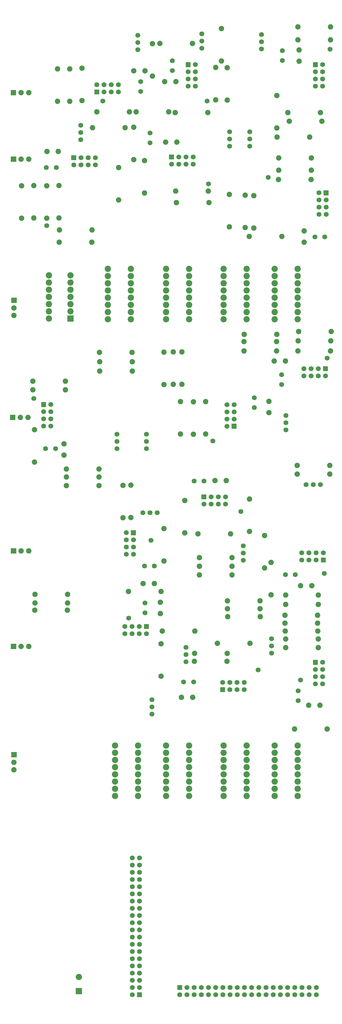
<source format=gts>
G04 Layer: TopSolderMaskLayer*
G04 EasyEDA v6.1.52, Thu, 18 Jul 2019 05:09:05 GMT*
G04 8382f10332f7419696121afc9098c204,10*
G04 Gerber Generator version 0.2*
G04 Scale: 100 percent, Rotated: No, Reflected: No *
G04 Dimensions in millimeters *
G04 leading zeros omitted , absolute positions ,3 integer and 3 decimal *
%FSLAX33Y33*%
%MOMM*%
G90*
G71D02*

%ADD27C,1.903197*%
%ADD28R,1.903197X1.903197*%
%ADD30C,2.203196*%
%ADD31R,1.727200X1.727200*%
%ADD32C,1.727200*%

%LPD*%
G54D27*
G01X12510Y193653D03*
G36*
G01X8887Y192702D02*
G01X8887Y194604D01*
G01X10792Y194604D01*
G01X10792Y192702D01*
G01X8887Y192702D01*
G37*
G01X15180Y193653D03*
G01X12510Y331829D03*
G36*
G01X8887Y330878D02*
G01X8887Y332780D01*
G01X10792Y332780D01*
G01X10792Y330878D01*
G01X8887Y330878D01*
G37*
G01X15180Y331829D03*
G36*
G01X31838Y37213D02*
G01X31838Y39415D01*
G01X34041Y39415D01*
G01X34041Y37213D01*
G01X31838Y37213D01*
G37*
G54D30*
G01X32939Y43314D03*
G36*
G01X67716Y38760D02*
G01X67716Y40487D01*
G01X69443Y40487D01*
G01X69443Y38760D01*
G01X67716Y38760D01*
G37*
G54D32*
G01X68580Y37084D03*
G01X71120Y39624D03*
G01X71120Y37084D03*
G01X73660Y39624D03*
G01X73660Y37084D03*
G01X76200Y39624D03*
G01X76200Y37084D03*
G01X78740Y39624D03*
G01X78740Y37084D03*
G01X81280Y39624D03*
G01X81280Y37084D03*
G01X83820Y39624D03*
G01X83820Y37084D03*
G01X86360Y39624D03*
G01X86360Y37084D03*
G01X88900Y39624D03*
G01X88900Y37084D03*
G01X91440Y39624D03*
G01X91440Y37084D03*
G01X93980Y39624D03*
G01X93980Y37084D03*
G01X96520Y39624D03*
G01X96520Y37084D03*
G01X99060Y39624D03*
G01X99060Y37084D03*
G01X101600Y39624D03*
G01X101600Y37084D03*
G01X104140Y39624D03*
G01X104140Y37084D03*
G01X106680Y39624D03*
G01X106680Y37084D03*
G01X109220Y39624D03*
G01X109220Y37084D03*
G01X111760Y39624D03*
G01X111760Y37084D03*
G01X114300Y39624D03*
G01X114300Y37084D03*
G01X116840Y39624D03*
G01X116840Y37084D03*
G01X58420Y197358D03*
G01X90170Y207518D03*
G01X119634Y185674D03*
G01X21590Y308356D03*
G01X78740Y323088D03*
G01X99822Y325374D03*
G36*
G01X53492Y36220D02*
G01X53492Y37947D01*
G01X55219Y37947D01*
G01X55219Y36220D01*
G01X53492Y36220D01*
G37*
G01X51816Y37084D03*
G01X54356Y39624D03*
G01X51816Y39624D03*
G01X54356Y42164D03*
G01X51816Y42164D03*
G01X54356Y44704D03*
G01X51816Y44704D03*
G01X54356Y47244D03*
G01X51816Y47244D03*
G01X54356Y49784D03*
G01X51816Y49784D03*
G01X54356Y52324D03*
G01X51816Y52324D03*
G01X54356Y54864D03*
G01X51816Y54864D03*
G01X54356Y57404D03*
G01X51816Y57404D03*
G01X54356Y59944D03*
G01X51816Y59944D03*
G01X54356Y62484D03*
G01X51816Y62484D03*
G01X54356Y65024D03*
G01X51816Y65024D03*
G01X54356Y67564D03*
G01X51816Y67564D03*
G01X54356Y70104D03*
G01X51816Y70104D03*
G01X54356Y72644D03*
G01X51816Y72644D03*
G01X54356Y75184D03*
G01X51816Y75184D03*
G01X54356Y77724D03*
G01X51816Y77724D03*
G01X54356Y80264D03*
G01X51816Y80264D03*
G01X54356Y82804D03*
G01X51816Y82804D03*
G01X54356Y85344D03*
G01X51816Y85344D03*
G54D27*
G01X10011Y119061D03*
G36*
G01X9060Y120779D02*
G01X9060Y122684D01*
G01X10962Y122684D01*
G01X10962Y120779D01*
G01X9060Y120779D01*
G37*
G01X10011Y116391D03*
G01X10011Y279335D03*
G36*
G01X9060Y281053D02*
G01X9060Y282958D01*
G01X10962Y282958D01*
G01X10962Y281053D01*
G01X9060Y281053D01*
G37*
G01X10011Y276665D03*
G54D30*
G01X45720Y124968D03*
G01X45720Y122428D03*
G01X45720Y119888D03*
G01X45720Y117348D03*
G01X45720Y114808D03*
G01X45720Y112268D03*
G01X45720Y109728D03*
G01X45720Y107188D03*
G01X53848Y107188D03*
G01X53848Y109728D03*
G01X53848Y112268D03*
G01X53848Y114808D03*
G01X53848Y117348D03*
G01X53848Y119888D03*
G01X53848Y122428D03*
G01X53848Y124968D03*
G01X84074Y124968D03*
G01X84074Y122428D03*
G01X84074Y119888D03*
G01X84074Y117348D03*
G01X84074Y114808D03*
G01X84074Y112268D03*
G01X84074Y109728D03*
G01X84074Y107188D03*
G01X92202Y107188D03*
G01X92202Y109728D03*
G01X92202Y112268D03*
G01X92202Y114808D03*
G01X92202Y117348D03*
G01X92202Y119888D03*
G01X92202Y122428D03*
G01X92202Y124968D03*
G36*
G01X28869Y274487D02*
G01X28869Y276692D01*
G01X31074Y276692D01*
G01X31074Y274487D01*
G01X28869Y274487D01*
G37*
G01X29972Y278130D03*
G01X29972Y280670D03*
G01X29972Y283210D03*
G01X29972Y285750D03*
G01X29972Y288290D03*
G01X29972Y290830D03*
G01X22352Y290830D03*
G01X22352Y288290D03*
G01X22352Y285750D03*
G01X22352Y283210D03*
G01X22352Y280670D03*
G01X22352Y278130D03*
G01X22352Y275590D03*
G01X84074Y293116D03*
G01X84074Y290576D03*
G01X84074Y288036D03*
G01X84074Y285496D03*
G01X84074Y282956D03*
G01X84074Y280416D03*
G01X84074Y277876D03*
G01X84074Y275336D03*
G01X92202Y275336D03*
G01X92202Y277876D03*
G01X92202Y280416D03*
G01X92202Y282956D03*
G01X92202Y285496D03*
G01X92202Y288036D03*
G01X92202Y290576D03*
G01X92202Y293116D03*
G01X43180Y293116D03*
G01X43180Y290576D03*
G01X43180Y288036D03*
G01X43180Y285496D03*
G01X43180Y282956D03*
G01X43180Y280416D03*
G01X43180Y277876D03*
G01X43180Y275336D03*
G01X51308Y275336D03*
G01X51308Y277876D03*
G01X51308Y280416D03*
G01X51308Y282956D03*
G01X51308Y285496D03*
G01X51308Y288036D03*
G01X51308Y290576D03*
G01X51308Y293116D03*
G54D32*
G01X55557Y207082D03*
G01X58097Y207082D03*
G01X60637Y207082D03*
G01X91004Y195394D03*
G01X91004Y192854D03*
G01X91004Y190314D03*
G54D27*
G01X28496Y222524D03*
G01X39996Y222524D03*
G01X75486Y191282D03*
G01X86986Y191282D03*
G01X110030Y220746D03*
G01X121530Y220746D03*
G01X37543Y306811D03*
G01X26043Y306811D03*
G01X56113Y319834D03*
G01X56113Y331334D03*
G01X94762Y318975D03*
G01X94762Y307475D03*
G01X28496Y219730D03*
G01X39996Y219730D03*
G01X75486Y188234D03*
G01X86986Y188234D03*
G01X110030Y223794D03*
G01X121530Y223794D03*
G01X25956Y302534D03*
G01X37456Y302534D03*
G01X86085Y307896D03*
G01X86085Y319396D03*
G01X91673Y307642D03*
G01X91673Y319142D03*
G01X100817Y178102D03*
G01X100817Y189602D03*
G01X75486Y185186D03*
G01X86986Y185186D03*
G01X28496Y216682D03*
G01X39996Y216682D03*
G01X104599Y304525D03*
G01X93099Y304525D03*
G01X47010Y328881D03*
G01X47010Y317381D03*
G01X12679Y310944D03*
G01X12679Y322444D03*
G01X51328Y216867D03*
G01X51328Y205367D03*
G01X70337Y199946D03*
G01X70337Y211446D03*
G01X105966Y174772D03*
G01X117466Y174772D03*
G01X25928Y322531D03*
G01X25928Y311031D03*
G01X52344Y343105D03*
G01X52344Y331605D03*
G01X115013Y332211D03*
G01X103513Y332211D03*
G01X81009Y218456D03*
G01X85009Y218440D03*
G01X111235Y181372D03*
G01X115235Y181356D03*
G01X25670Y334501D03*
G01X21670Y334518D03*
G54D32*
G01X24928Y328865D03*
G01X21427Y328865D03*
G54D27*
G01X67580Y337803D03*
G01X63580Y337820D03*
G54D32*
G01X58101Y337529D03*
G01X58101Y341030D03*
G54D27*
G01X112505Y302497D03*
G01X112522Y306497D03*
G54D32*
G01X116295Y304356D03*
G01X119796Y304356D03*
G54D27*
G01X105966Y178074D03*
G01X117466Y178074D03*
G01X93197Y200454D03*
G01X93197Y211954D03*
G01X62971Y190040D03*
G01X62971Y201540D03*
G01X17038Y322531D03*
G01X17038Y311031D03*
G01X67104Y320568D03*
G01X78604Y320568D03*
G01X115013Y327893D03*
G01X103513Y327893D03*
G54D32*
G01X73268Y330053D03*
G01X73268Y332593D03*
G01X70728Y330053D03*
G01X70728Y332593D03*
G01X68188Y330053D03*
G01X68188Y332593D03*
G01X65648Y330053D03*
G36*
G01X64785Y331729D02*
G01X64785Y333456D01*
G01X66512Y333456D01*
G01X66512Y331729D01*
G01X64785Y331729D01*
G37*
G01X84698Y210165D03*
G01X84698Y212705D03*
G01X82158Y210165D03*
G01X82158Y212705D03*
G01X79618Y210165D03*
G01X79618Y212705D03*
G01X77078Y210165D03*
G36*
G01X76215Y211841D02*
G01X76215Y213568D01*
G01X77942Y213568D01*
G01X77942Y211841D01*
G01X76215Y211841D01*
G37*
G54D27*
G01X48493Y205280D03*
G01X48493Y216780D03*
G01X74978Y199664D03*
G01X86478Y199664D03*
G01X98572Y199087D03*
G01X98572Y187587D03*
G01X21569Y310944D03*
G01X21569Y322444D03*
G01X67358Y316504D03*
G01X78858Y316504D03*
G01X103426Y324632D03*
G01X114926Y324632D03*
G01X55609Y182134D03*
G01X59609Y182118D03*
G54D32*
G01X33600Y343730D03*
G01X33600Y341190D03*
G01X33600Y338650D03*
G01X86178Y341444D03*
G01X86178Y338904D03*
G01X86178Y336364D03*
G01X93290Y341444D03*
G01X93290Y338904D03*
G01X93290Y336364D03*
G01X113215Y216988D03*
G01X115755Y216988D03*
G01X118295Y216988D03*
G01X73623Y218250D03*
G01X77124Y218250D03*
G01X109382Y185230D03*
G01X105881Y185230D03*
G01X56097Y188278D03*
G01X59598Y188278D03*
G01X49637Y192415D03*
G01X52177Y192415D03*
G01X49637Y194955D03*
G01X52177Y194955D03*
G01X49637Y197495D03*
G01X52177Y197495D03*
G01X49637Y200035D03*
G36*
G01X51313Y199171D02*
G01X51313Y200898D01*
G01X53040Y200898D01*
G01X53040Y199171D01*
G01X51313Y199171D01*
G37*
G01X111643Y192932D03*
G01X111643Y190392D03*
G01X114183Y192932D03*
G01X114183Y190392D03*
G01X116723Y192932D03*
G01X116723Y190392D03*
G01X119263Y192932D03*
G54D31*
G01X119263Y190393D03*
G54D32*
G01X38724Y329799D03*
G01X38724Y332339D03*
G01X36184Y329799D03*
G01X36184Y332339D03*
G01X33644Y329799D03*
G01X33644Y332339D03*
G01X31104Y329799D03*
G36*
G01X30241Y331477D02*
G01X30241Y333204D01*
G01X31968Y333204D01*
G01X31968Y331477D01*
G01X30241Y331477D01*
G37*
G01X117709Y312303D03*
G01X120249Y312303D03*
G01X117709Y314843D03*
G01X120249Y314843D03*
G01X117709Y317383D03*
G01X120249Y317383D03*
G01X117709Y319923D03*
G36*
G01X119385Y319059D02*
G01X119385Y320786D01*
G01X121112Y320786D01*
G01X121112Y319059D01*
G01X119385Y319059D01*
G37*
G54D27*
G01X12510Y159914D03*
G36*
G01X8887Y158963D02*
G01X8887Y160865D01*
G01X10792Y160865D01*
G01X10792Y158963D01*
G01X8887Y158963D01*
G37*
G01X15180Y159914D03*
G01X12256Y240686D03*
G54D28*
G01X9585Y240686D03*
G54D27*
G01X14926Y240686D03*
G01X12510Y355240D03*
G54D28*
G01X9839Y355240D03*
G54D27*
G01X15180Y355240D03*
G54D32*
G01X121666Y370586D03*
G01X78232Y352298D03*
G01X41402Y352298D03*
G01X120650Y261620D03*
G01X80264Y232410D03*
G01X17018Y247396D03*
G01X111252Y148082D03*
G01X96266Y151638D03*
G01X50546Y169926D03*
G54D30*
G01X110236Y124968D03*
G01X110236Y122428D03*
G01X110236Y119888D03*
G01X110236Y117348D03*
G01X110236Y114808D03*
G01X110236Y112268D03*
G01X110236Y109728D03*
G01X110236Y107188D03*
G01X102108Y107188D03*
G01X102108Y109728D03*
G01X102108Y112268D03*
G01X102108Y114808D03*
G01X102108Y117348D03*
G01X102108Y119888D03*
G01X102108Y122428D03*
G01X102108Y124968D03*
G01X71882Y124968D03*
G01X71882Y122428D03*
G01X71882Y119888D03*
G01X71882Y117348D03*
G01X71882Y114808D03*
G01X71882Y112268D03*
G01X71882Y109728D03*
G01X71882Y107188D03*
G01X63754Y107188D03*
G01X63754Y109728D03*
G01X63754Y112268D03*
G01X63754Y114808D03*
G01X63754Y117348D03*
G01X63754Y119888D03*
G01X63754Y122428D03*
G01X63754Y124968D03*
G01X71882Y293116D03*
G01X71882Y290576D03*
G01X71882Y288036D03*
G01X71882Y285496D03*
G01X71882Y282956D03*
G01X71882Y280416D03*
G01X71882Y277876D03*
G01X71882Y275336D03*
G01X63754Y275336D03*
G01X63754Y277876D03*
G01X63754Y280416D03*
G01X63754Y282956D03*
G01X63754Y285496D03*
G01X63754Y288036D03*
G01X63754Y290576D03*
G01X63754Y293116D03*
G01X110236Y293116D03*
G01X110236Y290576D03*
G01X110236Y288036D03*
G01X110236Y285496D03*
G01X110236Y282956D03*
G01X110236Y280416D03*
G01X110236Y277876D03*
G01X110236Y275336D03*
G01X102108Y275336D03*
G01X102108Y277876D03*
G01X102108Y280416D03*
G01X102108Y282956D03*
G01X102108Y285496D03*
G01X102108Y288036D03*
G01X102108Y290576D03*
G01X102108Y293116D03*
G54D32*
G01X91302Y147212D03*
G01X91302Y144672D03*
G01X88762Y147212D03*
G01X88762Y144672D03*
G01X86222Y147212D03*
G01X86222Y144672D03*
G01X83682Y147212D03*
G54D31*
G01X83682Y144670D03*
G54D27*
G01X50751Y348508D03*
G01X39251Y348508D03*
G01X28145Y250464D03*
G01X16645Y250464D03*
G01X105934Y260620D03*
G01X101934Y260604D03*
G54D32*
G01X24674Y229680D03*
G01X21173Y229680D03*
G54D27*
G01X28145Y253512D03*
G01X16645Y253512D03*
G01X121871Y267736D03*
G01X110371Y267736D03*
G01X73865Y165374D03*
G01X62365Y165374D03*
G01X73168Y142002D03*
G01X69168Y141986D03*
G54D32*
G01X73442Y147384D03*
G01X69941Y147384D03*
G54D27*
G01X61927Y179344D03*
G01X50427Y179344D03*
G01X120601Y130830D03*
G01X109101Y130830D03*
G01X85295Y157500D03*
G01X73795Y157500D03*
G01X118126Y139208D03*
G01X114126Y139192D03*
G54D32*
G01X101019Y162628D03*
G01X101019Y160088D03*
G01X101019Y157548D03*
G01X70793Y159580D03*
G01X70793Y157040D03*
G01X70793Y154500D03*
G01X58746Y136075D03*
G01X58746Y138615D03*
G01X58746Y141155D03*
G54D27*
G01X102849Y354281D03*
G01X102849Y342781D03*
G01X78437Y348254D03*
G01X66937Y348254D03*
G01X49227Y342920D03*
G01X37727Y342920D03*
G01X102918Y339577D03*
G01X114418Y339577D03*
G01X83291Y377903D03*
G01X83291Y366403D03*
G01X53134Y348467D03*
G01X64634Y348467D03*
G01X107236Y345165D03*
G01X118736Y345165D03*
G01X58907Y372569D03*
G01X58907Y361069D03*
G01X25379Y363679D03*
G01X25379Y352179D03*
G01X102821Y270022D03*
G01X91321Y270022D03*
G01X63012Y252270D03*
G01X63012Y263770D03*
G01X40180Y263631D03*
G01X51680Y263631D03*
G01X91234Y267441D03*
G01X102734Y267441D03*
G01X66273Y263857D03*
G01X66273Y252357D03*
G01X51767Y260370D03*
G01X40267Y260370D03*
G01X91234Y264139D03*
G01X102734Y264139D03*
G01X69321Y263857D03*
G01X69321Y252357D03*
G01X51767Y257068D03*
G01X40267Y257068D03*
G54D32*
G01X46409Y234764D03*
G01X46409Y232224D03*
G01X46409Y229684D03*
G01X97463Y375734D03*
G01X97463Y373194D03*
G01X97463Y370654D03*
G01X76381Y375988D03*
G01X76381Y373448D03*
G01X76381Y370908D03*
G01X106099Y241368D03*
G01X106099Y238828D03*
G01X106099Y236288D03*
G01X53775Y375480D03*
G01X53775Y372940D03*
G01X53775Y370400D03*
G01X56823Y234764D03*
G01X56823Y232224D03*
G01X56823Y229684D03*
G54D27*
G01X117299Y165374D03*
G01X105799Y165374D03*
G01X96979Y170454D03*
G01X85479Y170454D03*
G01X17320Y172699D03*
G01X28820Y172699D03*
G01X105712Y168127D03*
G01X117212Y168127D03*
G01X85392Y173207D03*
G01X96892Y173207D03*
G01X28907Y175280D03*
G01X17407Y175280D03*
G01X105712Y170921D03*
G01X117212Y170921D03*
G01X85392Y176001D03*
G01X96892Y176001D03*
G01X28907Y178328D03*
G01X17407Y178328D03*
G54D32*
G01X49159Y164445D03*
G01X49159Y166985D03*
G01X51699Y164445D03*
G01X51699Y166985D03*
G01X54239Y164445D03*
G01X54239Y166985D03*
G01X56779Y164445D03*
G36*
G01X55915Y166123D02*
G01X55915Y167850D01*
G01X57642Y167850D01*
G01X57642Y166123D01*
G01X55915Y166123D01*
G37*
G01X112405Y255377D03*
G01X112405Y257917D03*
G01X114945Y255377D03*
G01X114945Y257917D03*
G01X117485Y255377D03*
G01X117485Y257917D03*
G01X120025Y255377D03*
G36*
G01X119161Y257055D02*
G01X119161Y258782D01*
G01X120888Y258782D01*
G01X120888Y257055D01*
G01X119161Y257055D01*
G37*
G01X46852Y358032D03*
G01X46852Y355492D03*
G01X44312Y358032D03*
G01X44312Y355492D03*
G01X41772Y358032D03*
G01X41772Y355492D03*
G01X39232Y358032D03*
G54D31*
G01X39232Y355493D03*
G54D32*
G01X119018Y357515D03*
G01X116478Y357515D03*
G01X119018Y360055D03*
G01X116478Y360055D03*
G01X119018Y362595D03*
G01X116478Y362595D03*
G01X119018Y365135D03*
G36*
G01X115613Y364271D02*
G01X115613Y365998D01*
G01X117340Y365998D01*
G01X117340Y364271D01*
G01X115613Y364271D01*
G37*
G01X74060Y357515D03*
G01X71520Y357515D03*
G01X74060Y360055D03*
G01X71520Y360055D03*
G01X74060Y362595D03*
G01X71520Y362595D03*
G01X74060Y365135D03*
G36*
G01X70657Y364271D02*
G01X70657Y365998D01*
G01X72384Y365998D01*
G01X72384Y364271D01*
G01X70657Y364271D01*
G37*
G54D27*
G01X110284Y378439D03*
G01X121784Y378439D03*
G01X61516Y372597D03*
G01X73016Y372597D03*
G01X29697Y363679D03*
G01X29697Y352179D03*
G01X110727Y370348D03*
G01X110744Y366348D03*
G54D32*
G01X104837Y370114D03*
G01X104837Y366613D03*
G54D27*
G01X63229Y359139D03*
G01X67229Y359156D03*
G54D32*
G01X65975Y366558D03*
G01X65975Y363057D03*
G54D27*
G01X52307Y362949D03*
G01X56307Y362966D03*
G54D32*
G01X54799Y359192D03*
G01X54799Y355691D03*
G54D27*
G01X34015Y363933D03*
G01X34015Y352433D03*
G01X81259Y364187D03*
G01X81259Y352687D03*
G01X110284Y373867D03*
G01X121784Y373867D03*
G01X106728Y348213D03*
G01X118228Y348213D03*
G01X85364Y352600D03*
G01X85364Y364100D03*
G01X110284Y264139D03*
G01X121784Y264139D03*
G01X77703Y246331D03*
G01X77703Y234831D03*
G54D32*
G01X104583Y255814D03*
G01X104583Y252313D03*
G54D27*
G01X100059Y246396D03*
G01X100076Y242396D03*
G54D32*
G01X94931Y247686D03*
G01X94931Y244185D03*
G54D27*
G01X27669Y231410D03*
G01X27686Y227410D03*
G01X110538Y270997D03*
G01X122038Y270997D03*
G01X68813Y246331D03*
G01X68813Y234831D03*
G01X73426Y234744D03*
G01X73426Y246244D03*
G01X17251Y236425D03*
G01X17251Y224925D03*
G01X105966Y159491D03*
G01X117466Y159491D03*
G01X81836Y161015D03*
G01X93336Y161015D03*
G01X61705Y175530D03*
G01X61722Y171530D03*
G54D32*
G01X56323Y175296D03*
G01X56323Y171795D03*
G54D27*
G01X105966Y162539D03*
G01X117466Y162539D03*
G01X73708Y154665D03*
G01X85208Y154665D03*
G01X61996Y149400D03*
G01X61996Y160900D03*
G54D32*
G01X110425Y144308D03*
G01X110425Y140807D03*
G01X119018Y146695D03*
G01X116478Y146695D03*
G01X119018Y149235D03*
G01X116478Y149235D03*
G01X119018Y151775D03*
G01X116478Y151775D03*
G01X119018Y154315D03*
G36*
G01X115615Y153451D02*
G01X115615Y155178D01*
G01X117342Y155178D01*
G01X117342Y153451D01*
G01X115615Y153451D01*
G37*
G01X85197Y245226D03*
G01X87737Y245226D03*
G01X85197Y242686D03*
G01X87737Y242686D03*
G01X85197Y240146D03*
G01X87737Y240146D03*
G01X85197Y237606D03*
G36*
G01X86875Y236743D02*
G01X86875Y238470D01*
G01X88602Y238470D01*
G01X88602Y236743D01*
G01X86875Y236743D01*
G37*
G01X23006Y237627D03*
G01X20466Y237627D03*
G01X23006Y240167D03*
G01X20466Y240167D03*
G01X23006Y242707D03*
G01X20466Y242707D03*
G01X23006Y245247D03*
G36*
G01X19601Y244383D02*
G01X19601Y246110D01*
G01X21328Y246110D01*
G01X21328Y244383D01*
G01X19601Y244383D01*
G37*
M00*
M02*

</source>
